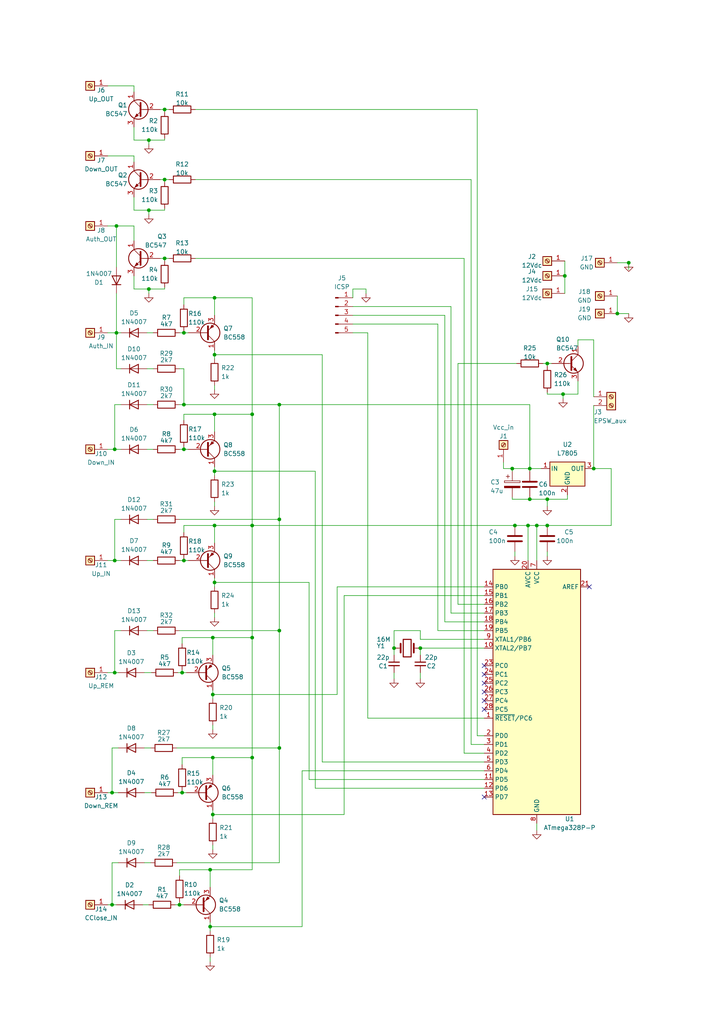
<source format=kicad_sch>
(kicad_sch (version 20211123) (generator eeschema)
  (paper "A4" portrait)
  (lib_symbols
    (symbol "Connector:Conn_01x05_Male" (pin_names (offset 1.016) hide)
      (property "Reference" "J" (at 0 7.62 0))
      (property "Value" "Conn_01x05_Male" (at 0 -7.62 0))
      (symbol "Conn_01x05_Male_1_1"
        (pin passive line (at 5.08 5.08 180) (length 3.81) (name "Pin_1") (number "1"))
        (pin passive line (at 5.08 2.54 180) (length 3.81) (name "Pin_2") (number "2"))
        (pin passive line (at 5.08 0 180) (length 3.81) (name "Pin_3") (number "3"))
        (pin passive line (at 5.08 -2.54 180) (length 3.81) (name "Pin_4") (number "4"))
        (pin passive line (at 5.08 -5.08 180) (length 3.81) (name "Pin_5") (number "5"))
      )
    )
    (symbol "Connector:Screw_Terminal_01x01" (pin_names (offset 1.016) hide)
      (property "Reference" "J" (at 0 2.54 0))
      (property "Value" "Screw_Terminal_01x01" (at 0 -2.54 0))
      (symbol "Screw_Terminal_01x01_1_1"
        (pin passive line (at -5.08 0 0) (length 3.81) (name "Pin_1") (number "1"))
      )
    )
    (symbol "Connector:Screw_Terminal_01x02" (pin_names (offset 1.016) hide)
      (property "Reference" "J" (at 0 2.54 0))
      (property "Value" "Screw_Terminal_01x02" (at 0 -5.08 0))
      (symbol "Screw_Terminal_01x02_1_1"
        (pin passive line (at -5.08 0 0) (length 3.81) (name "Pin_1") (number "1"))
        (pin passive line (at -5.08 -2.54 0) (length 3.81) (name "Pin_2") (number "2"))
      )
    )
    (symbol "Device:C" (pin_numbers hide) (pin_names (offset 0.254))
      (property "Reference" "C" (at 0.635 2.54 0))
      (property "Value" "C" (at 0.635 -2.54 0))
      (symbol "C_1_1"
        (pin passive line (at 0 3.81 270) (length 2.794) (name "~") (number "1"))
        (pin passive line (at 0 -3.81 90) (length 2.794) (name "~") (number "2"))
      )
    )
    (symbol "Device:C_Polarized" (pin_numbers hide) (pin_names (offset 0.254))
      (property "Reference" "C" (at 0.635 2.54 0))
      (property "Value" "C_Polarized" (at 0.635 -2.54 0))
      (symbol "C_Polarized_1_1"
        (pin passive line (at 0 3.81 270) (length 2.794) (name "~") (number "1"))
        (pin passive line (at 0 -3.81 90) (length 2.794) (name "~") (number "2"))
      )
    )
    (symbol "Device:C_Small" (pin_numbers hide) (pin_names (offset 0.254) hide)
      (property "Reference" "C" (at 0.254 1.778 0))
      (property "Value" "C_Small" (at 0.254 -2.032 0))
      (symbol "C_Small_1_1"
        (pin passive line (at 0 2.54 270) (length 2.032) (name "~") (number "1"))
        (pin passive line (at 0 -2.54 90) (length 2.032) (name "~") (number "2"))
      )
    )
    (symbol "Device:Crystal" (pin_numbers hide) (pin_names (offset 1.016) hide)
      (property "Reference" "Y" (at 0 3.81 0))
      (property "Value" "Crystal" (at 0 -3.81 0))
      (symbol "Crystal_1_1"
        (pin passive line (at -3.81 0 0) (length 1.27) (name "1") (number "1"))
        (pin passive line (at 3.81 0 180) (length 1.27) (name "2") (number "2"))
      )
    )
    (symbol "Device:R" (pin_numbers hide) (pin_names (offset 0))
      (property "Reference" "R" (at 2.032 0 90))
      (property "Value" "R" (at 0 0 90))
      (symbol "R_1_1"
        (pin passive line (at 0 3.81 270) (length 1.27) (name "~") (number "1"))
        (pin passive line (at 0 -3.81 90) (length 1.27) (name "~") (number "2"))
      )
    )
    (symbol "Diode:1N4007" (pin_numbers hide) (pin_names (offset 1.016) hide)
      (property "Reference" "D" (at 0 2.54 0))
      (property "Value" "1N4007" (at 0 -2.54 0))
      (symbol "1N4007_1_1"
        (pin passive line (at -3.81 0 0) (length 2.54) (name "K") (number "1"))
        (pin passive line (at 3.81 0 180) (length 2.54) (name "A") (number "2"))
      )
    )
    (symbol "MCU_Microchip_ATmega:ATmega328P-P"
      (property "Reference" "U" (at -12.7 36.83 0))
      (property "Value" "ATmega328P-P" (at 2.54 -36.83 0))
      (symbol "ATmega328P-P_1_1"
        (pin bidirectional line (at 15.24 -7.62 180) (length 2.54) (name "~{RESET}/PC6") (number "1"))
        (pin bidirectional line (at 15.24 12.7 180) (length 2.54) (name "XTAL2/PB7") (number "10"))
        (pin bidirectional line (at 15.24 -25.4 180) (length 2.54) (name "PD5") (number "11"))
        (pin bidirectional line (at 15.24 -27.94 180) (length 2.54) (name "PD6") (number "12"))
        (pin bidirectional line (at 15.24 -30.48 180) (length 2.54) (name "PD7") (number "13"))
        (pin bidirectional line (at 15.24 30.48 180) (length 2.54) (name "PB0") (number "14"))
        (pin bidirectional line (at 15.24 27.94 180) (length 2.54) (name "PB1") (number "15"))
        (pin bidirectional line (at 15.24 25.4 180) (length 2.54) (name "PB2") (number "16"))
        (pin bidirectional line (at 15.24 22.86 180) (length 2.54) (name "PB3") (number "17"))
        (pin bidirectional line (at 15.24 20.32 180) (length 2.54) (name "PB4") (number "18"))
        (pin bidirectional line (at 15.24 17.78 180) (length 2.54) (name "PB5") (number "19"))
        (pin bidirectional line (at 15.24 -12.7 180) (length 2.54) (name "PD0") (number "2"))
        (pin power_in line (at 2.54 38.1 270) (length 2.54) (name "AVCC") (number "20"))
        (pin passive line (at -15.24 30.48 0) (length 2.54) (name "AREF") (number "21"))
        (pin passive line (at 0 -38.1 90) (length 2.54) hide (name "GND") (number "22"))
        (pin bidirectional line (at 15.24 7.62 180) (length 2.54) (name "PC0") (number "23"))
        (pin bidirectional line (at 15.24 5.08 180) (length 2.54) (name "PC1") (number "24"))
        (pin bidirectional line (at 15.24 2.54 180) (length 2.54) (name "PC2") (number "25"))
        (pin bidirectional line (at 15.24 0 180) (length 2.54) (name "PC3") (number "26"))
        (pin bidirectional line (at 15.24 -2.54 180) (length 2.54) (name "PC4") (number "27"))
        (pin bidirectional line (at 15.24 -5.08 180) (length 2.54) (name "PC5") (number "28"))
        (pin bidirectional line (at 15.24 -15.24 180) (length 2.54) (name "PD1") (number "3"))
        (pin bidirectional line (at 15.24 -17.78 180) (length 2.54) (name "PD2") (number "4"))
        (pin bidirectional line (at 15.24 -20.32 180) (length 2.54) (name "PD3") (number "5"))
        (pin bidirectional line (at 15.24 -22.86 180) (length 2.54) (name "PD4") (number "6"))
        (pin power_in line (at 0 38.1 270) (length 2.54) (name "VCC") (number "7"))
        (pin power_in line (at 0 -38.1 90) (length 2.54) (name "GND") (number "8"))
        (pin bidirectional line (at 15.24 15.24 180) (length 2.54) (name "XTAL1/PB6") (number "9"))
      )
    )
    (symbol "Regulator_Linear:L7805" (pin_names (offset 0.254))
      (property "Reference" "U" (at -3.81 3.175 0))
      (property "Value" "L7805" (at 0 3.175 0))
      (symbol "L7805_1_1"
        (pin power_in line (at -7.62 0 0) (length 2.54) (name "IN") (number "1"))
        (pin power_in line (at 0 -7.62 90) (length 2.54) (name "GND") (number "2"))
        (pin power_out line (at 7.62 0 180) (length 2.54) (name "OUT") (number "3"))
      )
    )
    (symbol "Transistor_BJT:BC547" (pin_names (offset 0) hide)
      (property "Reference" "Q" (at 5.08 1.905 0))
      (property "Value" "BC547" (at 5.08 0 0))
      (symbol "BC547_1_1"
        (pin passive line (at 2.54 5.08 270) (length 2.54) (name "C") (number "1"))
        (pin input line (at -5.08 0 0) (length 5.08) (name "B") (number "2"))
        (pin passive line (at 2.54 -5.08 90) (length 2.54) (name "E") (number "3"))
      )
    )
    (symbol "Transistor_BJT:BC558" (pin_names (offset 0) hide)
      (property "Reference" "Q" (at 5.08 1.905 0))
      (property "Value" "BC558" (at 5.08 0 0))
      (symbol "BC558_1_1"
        (pin passive line (at 2.54 5.08 270) (length 2.54) (name "C") (number "1"))
        (pin input line (at -5.08 0 0) (length 5.715) (name "B") (number "2"))
        (pin passive line (at 2.54 -5.08 90) (length 2.54) (name "E") (number "3"))
      )
    )
    (symbol "power:GND" (power) (pin_names (offset 0))
      (property "Value" "GND" (at 0 -3.81 0))
      (symbol "GND_1_1"
        (pin power_in line (at 0 0 270) (length 0) hide (name "GND") (number "1"))
      )
    )
  )
  (junction (at 81.026 150.622))
  (junction (at 47.752 52.07))
  (junction (at 62.23 152.4))
  (junction (at 81.026 117.348))
  (junction (at 62.23 102.87))
  (junction (at 62.23 168.91))
  (junction (at 153.162 152.4))
  (junction (at 81.026 182.88))
  (junction (at 47.752 31.75))
  (junction (at 60.96 268.732))
  (junction (at 60.96 252.222))
  (junction (at 172.212 135.89))
  (junction (at 61.722 219.71))
  (junction (at 33.274 130.302))
  (junction (at 43.18 83.82))
  (junction (at 73.152 120.142))
  (junction (at 158.75 152.4))
  (junction (at 33.274 195.072))
  (junction (at 73.152 219.71))
  (junction (at 61.722 184.912))
  (junction (at 148.59 135.89))
  (junction (at 163.322 114.3))
  (junction (at 73.152 152.4))
  (junction (at 61.722 201.422))
  (junction (at 53.34 130.302))
  (junction (at 33.782 96.52))
  (junction (at 179.07 90.932))
  (junction (at 73.152 184.912))
  (junction (at 62.23 136.652))
  (junction (at 43.18 60.96))
  (junction (at 32.512 262.382))
  (junction (at 121.92 187.96))
  (junction (at 33.274 162.56))
  (junction (at 163.83 80.01))
  (junction (at 33.782 65.532))
  (junction (at 182.372 76.2))
  (junction (at 158.75 105.41))
  (junction (at 43.18 40.64))
  (junction (at 32.512 229.87))
  (junction (at 153.67 135.89))
  (junction (at 155.702 152.4))
  (junction (at 149.352 152.4))
  (junction (at 61.722 236.22))
  (junction (at 62.23 120.142))
  (junction (at 81.026 216.916))
  (junction (at 47.752 74.93))
  (junction (at 52.832 195.072))
  (junction (at 53.34 96.52))
  (junction (at 62.23 86.36))
  (junction (at 153.67 144.78))
  (junction (at 52.832 229.87))
  (junction (at 53.34 162.56))
  (junction (at 52.07 262.382))
  (junction (at 114.3 187.96))
  (junction (at 158.75 144.78))
  (junction (at 53.34 117.348))
  (no_connect (at 170.942 170.18))
  (no_connect (at 140.462 195.58))
  (no_connect (at 140.462 193.04))
  (no_connect (at 140.462 203.2))
  (no_connect (at 140.462 200.66))
  (no_connect (at 140.462 205.74))
  (no_connect (at 140.462 231.14))
  (no_connect (at 140.462 198.12))
  (wire (pts (xy 43.18 40.64) (xy 47.752 40.64)))
  (wire (pts (xy 47.752 52.07) (xy 47.752 52.832)))
  (wire (pts (xy 62.23 145.542) (xy 62.23 146.812)))
  (wire (pts (xy 62.23 135.382) (xy 62.23 136.652)))
  (wire (pts (xy 53.34 152.4) (xy 62.23 152.4)))
  (wire (pts (xy 50.8 262.382) (xy 52.07 262.382)))
  (wire (pts (xy 32.512 216.916) (xy 32.512 229.87)))
  (wire (pts (xy 73.152 86.36) (xy 73.152 120.142)))
  (wire (pts (xy 52.07 254) (xy 52.07 252.222)))
  (wire (pts (xy 47.752 31.75) (xy 47.752 32.512)))
  (wire (pts (xy 38.862 46.99) (xy 38.862 45.212)))
  (wire (pts (xy 62.23 136.652) (xy 91.44 136.652)))
  (wire (pts (xy 132.842 175.26) (xy 132.842 105.41)))
  (wire (pts (xy 53.34 117.348) (xy 81.026 117.348)))
  (wire (pts (xy 158.75 105.41) (xy 158.75 106.172)))
  (wire (pts (xy 52.07 117.348) (xy 53.34 117.348)))
  (wire (pts (xy 31.242 130.302) (xy 33.274 130.302)))
  (wire (pts (xy 52.07 261.62) (xy 52.07 262.382)))
  (wire (pts (xy 53.34 162.052) (xy 53.34 162.56)))
  (wire (pts (xy 121.92 187.96) (xy 121.92 189.992)))
  (wire (pts (xy 163.83 75.692) (xy 163.83 80.01)))
  (wire (pts (xy 60.96 268.732) (xy 60.96 270.002)))
  (wire (pts (xy 157.48 105.41) (xy 158.75 105.41)))
  (wire (pts (xy 35.052 182.88) (xy 33.274 182.88)))
  (wire (pts (xy 158.75 160.02) (xy 158.75 161.29)))
  (wire (pts (xy 53.34 88.392) (xy 53.34 86.36)))
  (wire (pts (xy 121.92 182.88) (xy 121.92 185.42)))
  (wire (pts (xy 49.022 31.75) (xy 47.752 31.75)))
  (wire (pts (xy 42.672 117.348) (xy 44.45 117.348)))
  (wire (pts (xy 60.96 252.222) (xy 60.96 257.302)))
  (wire (pts (xy 163.83 80.01) (xy 163.83 85.09)))
  (wire (pts (xy 53.34 121.92) (xy 53.34 120.142)))
  (wire (pts (xy 87.63 223.52) (xy 140.462 223.52)))
  (wire (pts (xy 42.672 106.934) (xy 44.45 106.934)))
  (wire (pts (xy 73.152 152.4) (xy 149.352 152.4)))
  (wire (pts (xy 129.032 180.34) (xy 140.462 180.34)))
  (wire (pts (xy 53.34 162.56) (xy 54.61 162.56)))
  (wire (pts (xy 53.34 129.54) (xy 53.34 130.302)))
  (wire (pts (xy 41.91 216.916) (xy 43.688 216.916)))
  (wire (pts (xy 61.722 201.422) (xy 97.79 201.422)))
  (wire (pts (xy 87.63 223.52) (xy 87.63 268.732)))
  (wire (pts (xy 102.362 96.52) (xy 106.68 96.52)))
  (wire (pts (xy 62.23 101.6) (xy 62.23 102.87)))
  (wire (pts (xy 47.752 52.07) (xy 46.482 52.07)))
  (wire (pts (xy 81.026 117.348) (xy 81.026 150.622)))
  (wire (pts (xy 91.44 228.6) (xy 91.44 136.652)))
  (wire (pts (xy 52.832 229.362) (xy 52.832 229.87)))
  (wire (pts (xy 140.462 213.36) (xy 138.43 213.36)))
  (wire (pts (xy 129.032 91.44) (xy 129.032 180.34)))
  (wire (pts (xy 99.822 172.72) (xy 140.462 172.72)))
  (wire (pts (xy 136.652 52.07) (xy 56.642 52.07)))
  (wire (pts (xy 53.34 106.934) (xy 53.34 117.348)))
  (wire (pts (xy 127 93.98) (xy 127 182.88)))
  (wire (pts (xy 73.152 219.71) (xy 73.152 252.222)))
  (wire (pts (xy 51.562 195.072) (xy 52.832 195.072)))
  (wire (pts (xy 158.75 105.41) (xy 160.02 105.41)))
  (wire (pts (xy 31.242 162.56) (xy 33.274 162.56)))
  (wire (pts (xy 61.722 200.152) (xy 61.722 201.422)))
  (wire (pts (xy 33.782 96.52) (xy 33.782 106.934)))
  (wire (pts (xy 61.722 245.11) (xy 61.722 246.38)))
  (wire (pts (xy 114.3 195.072) (xy 114.3 196.85)))
  (wire (pts (xy 41.402 262.382) (xy 43.18 262.382)))
  (wire (pts (xy 73.152 152.4) (xy 62.23 152.4)))
  (wire (pts (xy 167.64 114.3) (xy 163.322 114.3)))
  (wire (pts (xy 56.642 31.75) (xy 138.43 31.75)))
  (wire (pts (xy 32.512 229.87) (xy 34.29 229.87)))
  (wire (pts (xy 61.722 234.95) (xy 61.722 236.22)))
  (wire (pts (xy 102.362 91.44) (xy 129.032 91.44)))
  (wire (pts (xy 32.512 250.19) (xy 32.512 262.382)))
  (wire (pts (xy 81.026 182.88) (xy 81.026 150.622)))
  (wire (pts (xy 52.07 130.302) (xy 53.34 130.302)))
  (wire (pts (xy 99.822 236.22) (xy 99.822 172.72)))
  (wire (pts (xy 61.722 236.22) (xy 61.722 237.49)))
  (wire (pts (xy 130.81 88.9) (xy 130.81 177.8)))
  (wire (pts (xy 43.18 40.64) (xy 43.18 41.91)))
  (wire (pts (xy 33.782 106.934) (xy 35.052 106.934)))
  (wire (pts (xy 47.752 74.93) (xy 46.482 74.93)))
  (wire (pts (xy 73.152 252.222) (xy 60.96 252.222)))
  (wire (pts (xy 42.672 130.302) (xy 44.45 130.302)))
  (wire (pts (xy 163.322 114.3) (xy 163.322 115.57)))
  (wire (pts (xy 60.96 268.732) (xy 87.63 268.732)))
  (wire (pts (xy 35.052 117.348) (xy 33.274 117.348)))
  (wire (pts (xy 106.68 208.28) (xy 140.462 208.28)))
  (wire (pts (xy 31.242 229.87) (xy 32.512 229.87)))
  (wire (pts (xy 136.652 52.07) (xy 136.652 215.9)))
  (wire (pts (xy 130.81 177.8) (xy 140.462 177.8)))
  (wire (pts (xy 53.34 130.302) (xy 54.61 130.302)))
  (wire (pts (xy 106.172 83.82) (xy 106.172 85.09)))
  (wire (pts (xy 52.07 262.382) (xy 53.34 262.382)))
  (wire (pts (xy 153.67 135.89) (xy 156.972 135.89)))
  (wire (pts (xy 121.92 185.42) (xy 140.462 185.42)))
  (wire (pts (xy 148.59 135.89) (xy 153.67 135.89)))
  (wire (pts (xy 60.96 277.622) (xy 60.96 278.892)))
  (wire (pts (xy 53.34 96.012) (xy 53.34 96.52)))
  (wire (pts (xy 179.07 85.852) (xy 179.07 90.932)))
  (wire (pts (xy 52.832 229.87) (xy 54.102 229.87)))
  (wire (pts (xy 102.362 88.9) (xy 130.81 88.9)))
  (wire (pts (xy 31.242 96.52) (xy 33.782 96.52)))
  (wire (pts (xy 52.832 194.31) (xy 52.832 195.072)))
  (wire (pts (xy 38.862 36.83) (xy 38.862 40.64)))
  (wire (pts (xy 182.372 76.2) (xy 182.372 78.232)))
  (wire (pts (xy 41.91 250.19) (xy 43.688 250.19)))
  (wire (pts (xy 43.18 60.96) (xy 43.18 62.23)))
  (wire (pts (xy 167.64 100.33) (xy 167.64 98.552)))
  (wire (pts (xy 73.152 152.4) (xy 73.152 184.912)))
  (wire (pts (xy 33.274 182.88) (xy 33.274 195.072)))
  (wire (pts (xy 49.022 52.07) (xy 47.752 52.07)))
  (wire (pts (xy 97.79 170.18) (xy 97.79 201.422)))
  (wire (pts (xy 102.362 86.36) (xy 102.362 83.82)))
  (wire (pts (xy 33.274 130.302) (xy 35.052 130.302)))
  (wire (pts (xy 49.022 74.93) (xy 47.752 74.93)))
  (wire (pts (xy 33.274 162.56) (xy 35.052 162.56)))
  (wire (pts (xy 140.462 215.9) (xy 136.652 215.9)))
  (wire (pts (xy 149.352 160.02) (xy 149.352 161.29)))
  (wire (pts (xy 38.862 40.64) (xy 43.18 40.64)))
  (wire (pts (xy 114.3 182.88) (xy 121.92 182.88)))
  (wire (pts (xy 31.242 45.212) (xy 38.862 45.212)))
  (wire (pts (xy 172.212 98.552) (xy 172.212 115.062)))
  (wire (pts (xy 153.67 144.272) (xy 153.67 144.78)))
  (wire (pts (xy 158.75 144.78) (xy 158.75 146.812)))
  (wire (pts (xy 61.722 219.71) (xy 61.722 224.79)))
  (wire (pts (xy 35.052 150.622) (xy 33.274 150.622)))
  (wire (pts (xy 62.23 120.142) (xy 62.23 125.222)))
  (wire (pts (xy 47.752 40.64) (xy 47.752 40.132)))
  (wire (pts (xy 53.34 154.432) (xy 53.34 152.4)))
  (wire (pts (xy 93.472 102.87) (xy 93.472 220.98)))
  (wire (pts (xy 155.702 152.4) (xy 155.702 162.56)))
  (wire (pts (xy 179.07 90.932) (xy 182.372 90.932)))
  (wire (pts (xy 62.23 167.64) (xy 62.23 168.91)))
  (wire (pts (xy 62.23 168.91) (xy 62.23 170.18)))
  (wire (pts (xy 114.3 187.96) (xy 114.3 189.992)))
  (wire (pts (xy 153.162 152.4) (xy 149.352 152.4)))
  (wire (pts (xy 153.67 117.348) (xy 153.67 135.89)))
  (wire (pts (xy 31.242 262.382) (xy 32.512 262.382)))
  (wire (pts (xy 32.512 262.382) (xy 33.782 262.382)))
  (wire (pts (xy 158.75 152.4) (xy 177.292 152.4)))
  (wire (pts (xy 51.562 229.87) (xy 52.832 229.87)))
  (wire (pts (xy 148.59 144.272) (xy 148.59 144.78)))
  (wire (pts (xy 134.62 74.93) (xy 56.642 74.93)))
  (wire (pts (xy 62.23 136.652) (xy 62.23 137.922)))
  (wire (pts (xy 52.832 219.71) (xy 61.722 219.71)))
  (wire (pts (xy 155.702 152.4) (xy 153.162 152.4)))
  (wire (pts (xy 73.152 184.912) (xy 61.722 184.912)))
  (wire (pts (xy 53.34 96.52) (xy 54.61 96.52)))
  (wire (pts (xy 177.292 135.89) (xy 177.292 152.4)))
  (wire (pts (xy 47.752 60.96) (xy 47.752 60.452)))
  (wire (pts (xy 52.07 150.622) (xy 81.026 150.622)))
  (wire (pts (xy 89.662 168.91) (xy 89.662 226.06)))
  (wire (pts (xy 121.92 187.96) (xy 140.462 187.96)))
  (wire (pts (xy 127 182.88) (xy 140.462 182.88)))
  (wire (pts (xy 43.18 83.82) (xy 47.752 83.82)))
  (wire (pts (xy 140.462 170.18) (xy 97.79 170.18)))
  (wire (pts (xy 33.274 117.348) (xy 33.274 130.302)))
  (wire (pts (xy 33.782 65.532) (xy 33.782 77.47)))
  (wire (pts (xy 132.842 105.41) (xy 149.86 105.41)))
  (wire (pts (xy 62.23 102.87) (xy 93.472 102.87)))
  (wire (pts (xy 167.64 110.49) (xy 167.64 114.3)))
  (wire (pts (xy 62.23 86.36) (xy 73.152 86.36)))
  (wire (pts (xy 47.752 31.75) (xy 46.482 31.75)))
  (wire (pts (xy 51.308 216.916) (xy 81.026 216.916)))
  (wire (pts (xy 134.62 218.44) (xy 140.462 218.44)))
  (wire (pts (xy 121.92 195.072) (xy 121.92 196.85)))
  (wire (pts (xy 31.242 24.892) (xy 38.862 24.892)))
  (wire (pts (xy 38.862 26.67) (xy 38.862 24.892)))
  (wire (pts (xy 33.782 85.09) (xy 33.782 96.52)))
  (wire (pts (xy 34.29 250.19) (xy 32.512 250.19)))
  (wire (pts (xy 60.96 267.462) (xy 60.96 268.732)))
  (wire (pts (xy 102.362 93.98) (xy 127 93.98)))
  (wire (pts (xy 51.308 250.19) (xy 81.026 250.19)))
  (wire (pts (xy 38.862 60.96) (xy 43.18 60.96)))
  (wire (pts (xy 73.152 219.71) (xy 61.722 219.71)))
  (wire (pts (xy 148.59 144.78) (xy 153.67 144.78)))
  (wire (pts (xy 167.64 98.552) (xy 172.212 98.552)))
  (wire (pts (xy 47.752 83.82) (xy 47.752 83.312)))
  (wire (pts (xy 47.752 74.93) (xy 47.752 75.692)))
  (wire (pts (xy 73.152 120.142) (xy 62.23 120.142)))
  (wire (pts (xy 61.722 210.312) (xy 61.722 211.582)))
  (wire (pts (xy 42.672 182.88) (xy 44.45 182.88)))
  (wire (pts (xy 31.242 65.532) (xy 33.782 65.532)))
  (wire (pts (xy 81.026 216.916) (xy 81.026 182.88)))
  (wire (pts (xy 146.05 134.112) (xy 146.05 135.89)))
  (wire (pts (xy 138.43 31.75) (xy 138.43 213.36)))
  (wire (pts (xy 106.68 96.52) (xy 106.68 208.28)))
  (wire (pts (xy 61.722 184.912) (xy 61.722 189.992)))
  (wire (pts (xy 38.862 57.15) (xy 38.862 60.96)))
  (wire (pts (xy 53.34 86.36) (xy 62.23 86.36)))
  (wire (pts (xy 62.23 111.76) (xy 62.23 113.03)))
  (wire (pts (xy 52.07 182.88) (xy 81.026 182.88)))
  (wire (pts (xy 52.832 186.69) (xy 52.832 184.912)))
  (wire (pts (xy 89.662 226.06) (xy 140.462 226.06)))
  (wire (pts (xy 52.832 184.912) (xy 61.722 184.912)))
  (wire (pts (xy 52.07 106.934) (xy 53.34 106.934)))
  (wire (pts (xy 114.3 187.96) (xy 114.3 182.88)))
  (wire (pts (xy 34.29 216.916) (xy 32.512 216.916)))
  (wire (pts (xy 31.242 195.072) (xy 33.274 195.072)))
  (wire (pts (xy 155.702 152.4) (xy 158.75 152.4)))
  (wire (pts (xy 62.23 86.36) (xy 62.23 91.44)))
  (wire (pts (xy 153.162 152.4) (xy 153.162 162.56)))
  (wire (pts (xy 62.23 102.87) (xy 62.23 104.14)))
  (wire (pts (xy 43.18 83.82) (xy 43.18 85.09)))
  (wire (pts (xy 158.75 144.78) (xy 164.592 144.78)))
  (wire (pts (xy 52.07 162.56) (xy 53.34 162.56)))
  (wire (pts (xy 81.026 117.348) (xy 153.67 117.348)))
  (wire (pts (xy 155.702 238.76) (xy 155.702 240.792)))
  (wire (pts (xy 81.026 250.19) (xy 81.026 216.916)))
  (wire (pts (xy 153.67 135.89) (xy 153.67 136.652)))
  (wire (pts (xy 38.862 65.532) (xy 38.862 69.85)))
  (wire (pts (xy 179.07 76.2) (xy 182.372 76.2)))
  (wire (pts (xy 42.672 162.56) (xy 44.45 162.56)))
  (wire (pts (xy 140.462 228.6) (xy 91.44 228.6)))
  (wire (pts (xy 62.23 177.8) (xy 62.23 179.07)))
  (wire (pts (xy 73.152 184.912) (xy 73.152 219.71)))
  (wire (pts (xy 38.862 83.82) (xy 43.18 83.82)))
  (wire (pts (xy 153.67 144.78) (xy 158.75 144.78)))
  (wire (pts (xy 38.862 80.01) (xy 38.862 83.82)))
  (wire (pts (xy 164.592 144.78) (xy 164.592 143.51)))
  (wire (pts (xy 61.722 236.22) (xy 99.822 236.22)))
  (wire (pts (xy 53.34 120.142) (xy 62.23 120.142)))
  (wire (pts (xy 41.91 229.87) (xy 43.942 229.87)))
  (wire (pts (xy 148.59 136.652) (xy 148.59 135.89)))
  (wire (pts (xy 52.07 252.222) (xy 60.96 252.222)))
  (wire (pts (xy 61.722 201.422) (xy 61.722 202.692)))
  (wire (pts (xy 33.274 150.622) (xy 33.274 162.56)))
  (wire (pts (xy 158.75 114.3) (xy 158.75 113.792)))
  (wire (pts (xy 172.212 117.602) (xy 172.212 135.89)))
  (wire (pts (xy 33.274 195.072) (xy 34.29 195.072)))
  (wire (pts (xy 42.672 150.622) (xy 44.45 150.622)))
  (wire (pts (xy 102.362 83.82) (xy 106.172 83.82)))
  (wire (pts (xy 134.62 74.93) (xy 134.62 218.44)))
  (wire (pts (xy 42.672 96.52) (xy 44.45 96.52)))
  (wire (pts (xy 93.472 220.98) (xy 140.462 220.98)))
  (wire (pts (xy 146.05 135.89) (xy 148.59 135.89)))
  (wire (pts (xy 73.152 120.142) (xy 73.152 152.4)))
  (wire (pts (xy 41.91 195.072) (xy 43.942 195.072)))
  (wire (pts (xy 52.832 221.742) (xy 52.832 219.71)))
  (wire (pts (xy 62.23 152.4) (xy 62.23 157.48)))
  (wire (pts (xy 140.462 175.26) (xy 132.842 175.26)))
  (wire (pts (xy 52.07 96.52) (xy 53.34 96.52)))
  (wire (pts (xy 172.212 135.89) (xy 177.292 135.89)))
  (wire (pts (xy 33.782 96.52) (xy 35.052 96.52)))
  (wire (pts (xy 43.18 60.96) (xy 47.752 60.96)))
  (wire (pts (xy 163.322 114.3) (xy 158.75 114.3)))
  (wire (pts (xy 33.782 65.532) (xy 38.862 65.532)))
  (wire (pts (xy 52.832 195.072) (xy 54.102 195.072)))
  (wire (pts (xy 62.23 168.91) (xy 89.662 168.91)))
  (symbol (lib_id "Connector:Screw_Terminal_01x01") (at 26.162 24.892 180) (unit 1)
    (property "Reference" "J6" (at 29.337 26.162 0))
    (property "Value" "Up_OUT" (at 29.337 28.702 0))
    (property "Footprint" "Connector_Wire:SolderWire-0.75sqmm_1x01_D1.25mm_OD2.3mm" (effects hide))
  )
  (symbol (lib_id "power:GND") (at 61.722 211.582 0) (unit 1)
    (property "Reference" "#PWR08" (effects hide))
    (property "Value" "GND" (effects hide))
  )
  (symbol (lib_id "power:GND") (at 106.172 85.09 0) (mirror y) (unit 1)
    (property "Reference" "#PWR013" (effects hide))
    (property "Value" "GND" (effects hide))
  )
  (symbol (lib_id "Transistor_BJT:BC547") (at 165.1 105.41 0) (unit 1)
    (property "Reference" "Q10" (at 161.29 98.425 0) (effects (justify left)))
    (property "Value" "BC547" (at 161.29 100.965 0) (effects (justify left)))
    (property "Footprint" "Package_TO_SOT_THT:TO-92_HandSolder" (effects hide))
    (property "Datasheet" "https://www.onsemi.com/pub/Collateral/BC550-D.pdf" (effects hide))
  )
  (symbol (lib_id "Device:R") (at 47.752 195.072 90) (unit 1)
    (property "Reference" "R5" (at 47.752 190.627 90))
    (property "Value" "4k7" (at 47.752 192.532 90))
    (property "Footprint" "Resistor_THT:R_Axial_DIN0207_L6.3mm_D2.5mm_P2.54mm_Vertical" (effects hide))
  )
  (symbol (lib_id "Connector:Screw_Terminal_01x02") (at 177.292 115.062 0) (unit 1)
    (property "Reference" "J3" (at 172.212 119.507 0) (effects (justify left)))
    (property "Value" "EPSW_aux" (at 172.212 122.047 0) (effects (justify left)))
    (property "Footprint" "Connector_Wire:SolderWire-0.75sqmm_1x02_P4.8mm_D1.25mm_OD2.3mm" (effects hide))
  )
  (symbol (lib_id "Transistor_BJT:BC558") (at 59.69 96.52 0) (mirror x) (unit 1)
    (property "Reference" "Q7" (at 64.77 95.2499 0) (effects (justify left)))
    (property "Value" "BC558" (at 64.77 97.7899 0) (effects (justify left)))
    (property "Footprint" "Package_TO_SOT_THT:TO-92_HandSolder" (effects hide))
    (property "Datasheet" "https://www.onsemi.com/pub/Collateral/BC556BTA-D.pdf" (effects hide))
  )
  (symbol (lib_id "Device:R") (at 61.722 206.502 0) (unit 1)
    (property "Reference" "R20" (at 63.627 205.232 0) (effects (justify left)))
    (property "Value" "1k" (at 63.627 207.772 0) (effects (justify left)))
    (property "Footprint" "Resistor_THT:R_Axial_DIN0207_L6.3mm_D2.5mm_P2.54mm_Vertical" (effects hide))
  )
  (symbol (lib_id "Diode:1N4007") (at 33.782 81.28 90) (unit 1)
    (property "Reference" "D1" (at 28.702 81.915 90))
    (property "Value" "1N4007" (at 28.702 79.375 90))
    (property "Footprint" "Diode_THT:D_DO-41_SOD81_P2.54mm_Vertical_KathodeUp" (effects hide))
    (property "Datasheet" "http://www.vishay.com/docs/88503/1n4001.pdf" (effects hide))
  )
  (symbol (lib_id "Diode:1N4007") (at 38.1 195.072 0) (unit 1)
    (property "Reference" "D3" (at 38.1 189.357 0))
    (property "Value" "1N4007" (at 38.1 191.897 0))
    (property "Footprint" "Diode_THT:D_DO-41_SOD81_P2.54mm_Vertical_KathodeUp" (effects hide))
    (property "Datasheet" "http://www.vishay.com/docs/88503/1n4001.pdf" (effects hide))
  )
  (symbol (lib_id "Device:R") (at 48.26 130.302 90) (unit 1)
    (property "Reference" "R8" (at 48.26 125.857 90))
    (property "Value" "4k7" (at 48.26 127.762 90))
    (property "Footprint" "Resistor_THT:R_Axial_DIN0207_L6.3mm_D2.5mm_P2.54mm_Vertical" (effects hide))
  )
  (symbol (lib_id "Connector:Screw_Terminal_01x01") (at 26.162 65.532 180) (unit 1)
    (property "Reference" "J8" (at 29.337 66.802 0))
    (property "Value" "Auth_OUT" (at 29.337 69.342 0))
    (property "Footprint" "Connector_Wire:SolderWire-0.75sqmm_1x01_D1.25mm_OD2.3mm" (effects hide))
  )
  (symbol (lib_id "Device:R") (at 61.722 241.3 0) (unit 1)
    (property "Reference" "R21" (at 63.627 240.03 0) (effects (justify left)))
    (property "Value" "1k" (at 63.627 242.57 0) (effects (justify left)))
    (property "Footprint" "Resistor_THT:R_Axial_DIN0207_L6.3mm_D2.5mm_P2.54mm_Vertical" (effects hide))
  )
  (symbol (lib_id "Connector:Conn_01x05_Male") (at 97.282 91.44 0) (unit 1)
    (property "Reference" "J5" (at 99.187 80.645 0))
    (property "Value" "ICSP" (at 99.187 83.185 0))
    (property "Footprint" "Connector_PinHeader_2.54mm:PinHeader_1x05_P2.54mm_Vertical" (effects hide))
  )
  (symbol (lib_id "Diode:1N4007") (at 38.862 106.934 0) (unit 1)
    (property "Reference" "D10" (at 38.862 101.219 0))
    (property "Value" "1N4007" (at 38.862 103.759 0))
    (property "Footprint" "Diode_THT:D_DO-41_SOD81_P2.54mm_Vertical_KathodeUp" (effects hide))
    (property "Datasheet" "http://www.vishay.com/docs/88503/1n4001.pdf" (effects hide))
  )
  (symbol (lib_id "Device:R") (at 62.23 141.732 0) (unit 1)
    (property "Reference" "R23" (at 64.135 140.462 0) (effects (justify left)))
    (property "Value" "1k" (at 64.135 143.002 0) (effects (justify left)))
    (property "Footprint" "Resistor_THT:R_Axial_DIN0207_L6.3mm_D2.5mm_P2.54mm_Vertical" (effects hide))
  )
  (symbol (lib_id "Connector:Screw_Terminal_01x01") (at 173.99 90.932 180) (unit 1)
    (property "Reference" "J19" (at 169.545 89.662 0))
    (property "Value" "GND" (at 169.545 92.202 0))
    (property "Footprint" "Connector_Wire:SolderWire-2sqmm_1x01_D2mm_OD3.9mm" (effects hide))
  )
  (symbol (lib_id "Transistor_BJT:BC547") (at 41.402 74.93 0) (mirror y) (unit 1)
    (property "Reference" "Q3" (at 48.387 68.58 0) (effects (justify left)))
    (property "Value" "BC547" (at 48.387 71.12 0) (effects (justify left)))
    (property "Footprint" "Package_TO_SOT_THT:TO-92_HandSolder" (effects hide))
    (property "Datasheet" "https://www.onsemi.com/pub/Collateral/BC550-D.pdf" (effects hide))
  )
  (symbol (lib_id "Transistor_BJT:BC558") (at 59.182 195.072 0) (mirror x) (unit 1)
    (property "Reference" "Q5" (at 64.262 193.8019 0) (effects (justify left)))
    (property "Value" "BC558" (at 64.262 196.3419 0) (effects (justify left)))
    (property "Footprint" "Package_TO_SOT_THT:TO-92_HandSolder" (effects hide))
    (property "Datasheet" "https://www.onsemi.com/pub/Collateral/BC556BTA-D.pdf" (effects hide))
  )
  (symbol (lib_id "power:GND") (at 149.352 161.29 0) (mirror y) (unit 1)
    (property "Reference" "#PWR016" (effects hide))
    (property "Value" "GND" (effects hide))
  )
  (symbol (lib_id "power:GND") (at 155.702 240.792 0) (mirror y) (unit 1)
    (property "Reference" "#PWR017" (effects hide))
    (property "Value" "GND" (effects hide))
  )
  (symbol (lib_id "Device:C") (at 158.75 156.21 0) (mirror y) (unit 1)
    (property "Reference" "C5" (at 166.37 154.305 0) (effects (justify left)))
    (property "Value" "100n" (at 166.37 156.845 0) (effects (justify left)))
    (property "Footprint" "Capacitor_THT:C_Rect_L7.0mm_W2.5mm_P5.00mm" (effects hide))
  )
  (symbol (lib_id "Device:R") (at 52.832 190.5 0) (unit 1)
    (property "Reference" "R14" (at 54.102 189.23 0) (effects (justify left)))
    (property "Value" "110k" (at 54.102 191.77 0) (effects (justify left)))
    (property "Footprint" "Resistor_THT:R_Axial_DIN0207_L6.3mm_D2.5mm_P2.54mm_Vertical" (effects hide))
  )
  (symbol (lib_id "power:GND") (at 43.18 62.23 0) (mirror y) (unit 1)
    (property "Reference" "#PWR05" (effects hide))
    (property "Value" "GND" (effects hide))
  )
  (symbol (lib_id "Device:R") (at 53.34 125.73 0) (unit 1)
    (property "Reference" "R17" (at 54.61 124.46 0) (effects (justify left)))
    (property "Value" "110k" (at 54.61 127 0) (effects (justify left)))
    (property "Footprint" "Resistor_THT:R_Axial_DIN0207_L6.3mm_D2.5mm_P2.54mm_Vertical" (effects hide))
  )
  (symbol (lib_id "Transistor_BJT:BC558") (at 59.182 229.87 0) (mirror x) (unit 1)
    (property "Reference" "Q6" (at 64.262 228.5999 0) (effects (justify left)))
    (property "Value" "BC558" (at 64.262 231.1399 0) (effects (justify left)))
    (property "Footprint" "Package_TO_SOT_THT:TO-92_HandSolder" (effects hide))
    (property "Datasheet" "https://www.onsemi.com/pub/Collateral/BC556BTA-D.pdf" (effects hide))
  )
  (symbol (lib_id "power:GND") (at 43.18 41.91 0) (mirror y) (unit 1)
    (property "Reference" "#PWR04" (effects hide))
    (property "Value" "GND" (effects hide))
  )
  (symbol (lib_id "power:GND") (at 182.372 90.932 0) (mirror y) (unit 1)
    (property "Reference" "#PWR02" (effects hide))
    (property "Value" "GND" (effects hide))
  )
  (symbol (lib_id "Device:R") (at 47.498 250.19 90) (unit 1)
    (property "Reference" "R28" (at 47.498 245.745 90))
    (property "Value" "2k7" (at 47.498 247.65 90))
    (property "Footprint" "Resistor_THT:R_Axial_DIN0207_L6.3mm_D2.5mm_P2.54mm_Vertical" (effects hide))
  )
  (symbol (lib_id "Device:R") (at 48.26 150.622 90) (unit 1)
    (property "Reference" "R31" (at 48.26 146.177 90))
    (property "Value" "2k7" (at 48.26 148.082 90))
    (property "Footprint" "Resistor_THT:R_Axial_DIN0207_L6.3mm_D2.5mm_P2.54mm_Vertical" (effects hide))
  )
  (symbol (lib_id "Connector:Screw_Terminal_01x01") (at 26.162 96.52 180) (unit 1)
    (property "Reference" "J9" (at 29.337 97.79 0))
    (property "Value" "Auth_IN" (at 29.337 100.33 0))
    (property "Footprint" "Connector_Wire:SolderWire-0.75sqmm_1x01_D1.25mm_OD2.3mm" (effects hide))
  )
  (symbol (lib_id "Connector:Screw_Terminal_01x01") (at 173.99 76.2 180) (unit 1)
    (property "Reference" "J17" (at 170.18 74.93 0))
    (property "Value" "GND" (at 170.18 77.47 0))
    (property "Footprint" "Connector_Wire:SolderWire-0.75sqmm_1x01_D1.25mm_OD2.3mm" (effects hide))
  )
  (symbol (lib_id "MCU_Microchip_ATmega:ATmega328P-P") (at 155.702 200.66 0) (mirror y) (unit 1)
    (property "Reference" "U1" (at 165.227 237.49 0))
    (property "Value" "ATmega328P-P" (at 165.227 240.03 0))
    (property "Footprint" "Package_DIP:DIP-28_W7.62mm_Socket_LongPads" (effects hide))
    (property "Datasheet" "http://ww1.microchip.com/downloads/en/DeviceDoc/ATmega328_P%20AVR%20MCU%20with%20picoPower%20Technology%20Data%20Sheet%2040001984A.pdf" (effects hide))
  )
  (symbol (lib_id "power:GND") (at 62.23 146.812 0) (unit 1)
    (property "Reference" "#PWR011" (effects hide))
    (property "Value" "GND" (effects hide))
  )
  (symbol (lib_id "Device:R") (at 47.752 36.322 0) (mirror x) (unit 1)
    (property "Reference" "R2" (at 45.847 35.052 0) (effects (justify right)))
    (property "Value" "110k" (at 45.847 37.592 0) (effects (justify right)))
    (property "Footprint" "Resistor_THT:R_Axial_DIN0207_L6.3mm_D2.5mm_P2.54mm_Vertical" (effects hide))
  )
  (symbol (lib_id "Device:R") (at 62.23 173.99 0) (unit 1)
    (property "Reference" "R24" (at 64.135 172.72 0) (effects (justify left)))
    (property "Value" "1k" (at 64.135 175.26 0) (effects (justify left)))
    (property "Footprint" "Resistor_THT:R_Axial_DIN0207_L6.3mm_D2.5mm_P2.54mm_Vertical" (effects hide))
  )
  (symbol (lib_id "power:GND") (at 62.23 113.03 0) (unit 1)
    (property "Reference" "#PWR010" (effects hide))
    (property "Value" "GND" (effects hide))
  )
  (symbol (lib_id "Device:R") (at 60.96 273.812 0) (unit 1)
    (property "Reference" "R19" (at 62.865 272.542 0) (effects (justify left)))
    (property "Value" "1k" (at 62.865 275.082 0) (effects (justify left)))
    (property "Footprint" "Resistor_THT:R_Axial_DIN0207_L6.3mm_D2.5mm_P2.54mm_Vertical" (effects hide))
  )
  (symbol (lib_id "power:GND") (at 121.92 196.85 0) (mirror y) (unit 1)
    (property "Reference" "#PWR015" (effects hide))
    (property "Value" "GND" (effects hide))
  )
  (symbol (lib_id "power:GND") (at 163.322 115.57 0) (unit 1)
    (property "Reference" "#PWR021" (effects hide))
    (property "Value" "GND" (effects hide))
  )
  (symbol (lib_id "Transistor_BJT:BC547") (at 41.402 52.07 0) (mirror y) (unit 1)
    (property "Reference" "Q2" (at 36.957 50.8 0) (effects (justify left)))
    (property "Value" "BC547" (at 36.957 53.34 0) (effects (justify left)))
    (property "Footprint" "Package_TO_SOT_THT:TO-92_HandSolder" (effects hide))
    (property "Datasheet" "https://www.onsemi.com/pub/Collateral/BC550-D.pdf" (effects hide))
  )
  (symbol (lib_id "power:GND") (at 158.75 161.29 0) (mirror y) (unit 1)
    (property "Reference" "#PWR019" (effects hide))
    (property "Value" "GND" (effects hide))
  )
  (symbol (lib_id "Device:R") (at 52.07 257.81 0) (unit 1)
    (property "Reference" "R10" (at 53.34 256.54 0) (effects (justify left)))
    (property "Value" "110k" (at 53.34 259.08 0) (effects (justify left)))
    (property "Footprint" "Resistor_THT:R_Axial_DIN0207_L6.3mm_D2.5mm_P2.54mm_Vertical" (effects hide))
  )
  (symbol (lib_id "Device:C_Small") (at 121.92 192.532 0) (mirror y) (unit 1)
    (property "Reference" "C2" (at 125.095 193.167 0))
    (property "Value" "22p" (at 125.095 190.627 0))
    (property "Footprint" "Capacitor_THT:C_Disc_D3.0mm_W2.0mm_P2.50mm" (effects hide))
  )
  (symbol (lib_id "power:GND") (at 158.75 146.812 0) (mirror y) (unit 1)
    (property "Reference" "#PWR018" (effects hide))
    (property "Value" "GND" (effects hide))
  )
  (symbol (lib_id "Connector:Screw_Terminal_01x01") (at 26.162 45.212 180) (unit 1)
    (property "Reference" "J7" (at 29.337 46.482 0))
    (property "Value" "Down_OUT" (at 29.337 49.022 0))
    (property "Footprint" "Connector_Wire:SolderWire-0.75sqmm_1x01_D1.25mm_OD2.3mm" (effects hide))
  )
  (symbol (lib_id "Connector:Screw_Terminal_01x01") (at 26.162 262.382 180) (unit 1)
    (property "Reference" "J14" (at 29.337 263.652 0))
    (property "Value" "CClose_IN" (at 29.337 266.192 0))
    (property "Footprint" "Connector_Wire:SolderWire-0.75sqmm_1x01_D1.25mm_OD2.3mm" (effects hide))
  )
  (symbol (lib_id "power:GND") (at 62.23 179.07 0) (unit 1)
    (property "Reference" "#PWR012" (effects hide))
    (property "Value" "GND" (effects hide))
  )
  (symbol (lib_id "Diode:1N4007") (at 38.862 182.88 0) (unit 1)
    (property "Reference" "D13" (at 38.862 177.165 0))
    (property "Value" "1N4007" (at 38.862 179.705 0))
    (property "Footprint" "Diode_THT:D_DO-41_SOD81_P2.54mm_Vertical_KathodeUp" (effects hide))
    (property "Datasheet" "http://www.vishay.com/docs/88503/1n4001.pdf" (effects hide))
  )
  (symbol (lib_id "Device:C") (at 149.352 156.21 0) (mirror y) (unit 1)
    (property "Reference" "C4" (at 141.732 154.305 0) (effects (justify right)))
    (property "Value" "100n" (at 141.732 156.845 0) (effects (justify right)))
    (property "Footprint" "Capacitor_THT:C_Rect_L7.0mm_W2.5mm_P5.00mm" (effects hide))
  )
  (symbol (lib_id "Connector:Screw_Terminal_01x01") (at 158.75 80.01 180) (unit 1)
    (property "Reference" "J4" (at 154.305 78.74 0))
    (property "Value" "12Vdc" (at 154.305 81.28 0))
    (property "Footprint" "Connector_Wire:SolderWire-2sqmm_1x01_D2mm_OD3.9mm" (effects hide))
  )
  (symbol (lib_id "Connector:Screw_Terminal_01x01") (at 26.162 162.56 180) (unit 1)
    (property "Reference" "J11" (at 29.337 163.83 0))
    (property "Value" "Up_IN" (at 29.337 166.37 0))
    (property "Footprint" "Connector_Wire:SolderWire-0.75sqmm_1x01_D1.25mm_OD2.3mm" (effects hide))
  )
  (symbol (lib_id "Connector:Screw_Terminal_01x01") (at 158.75 85.09 180) (unit 1)
    (property "Reference" "J15" (at 154.305 83.82 0))
    (property "Value" "12Vdc" (at 154.305 86.36 0))
    (property "Footprint" "Connector_Wire:SolderWire-2sqmm_1x01_D2mm_OD3.9mm" (effects hide))
  )
  (symbol (lib_id "power:GND") (at 60.96 278.892 0) (unit 1)
    (property "Reference" "#PWR07" (effects hide))
    (property "Value" "GND" (effects hide))
  )
  (symbol (lib_id "Diode:1N4007") (at 38.862 130.302 0) (unit 1)
    (property "Reference" "D6" (at 38.862 124.587 0))
    (property "Value" "1N4007" (at 38.862 127.127 0))
    (property "Footprint" "Diode_THT:D_DO-41_SOD81_P2.54mm_Vertical_KathodeUp" (effects hide))
    (property "Datasheet" "http://www.vishay.com/docs/88503/1n4001.pdf" (effects hide))
  )
  (symbol (lib_id "Diode:1N4007") (at 38.862 162.56 0) (unit 1)
    (property "Reference" "D7" (at 38.862 156.845 0))
    (property "Value" "1N4007" (at 38.862 159.385 0))
    (property "Footprint" "Diode_THT:D_DO-41_SOD81_P2.54mm_Vertical_KathodeUp" (effects hide))
    (property "Datasheet" "http://www.vishay.com/docs/88503/1n4001.pdf" (effects hide))
  )
  (symbol (lib_id "Device:R") (at 52.832 31.75 270) (mirror x) (unit 1)
    (property "Reference" "R11" (at 52.832 27.305 90))
    (property "Value" "10k" (at 52.832 29.845 90))
    (property "Footprint" "Resistor_THT:R_Axial_DIN0207_L6.3mm_D2.5mm_P2.54mm_Vertical" (effects hide))
  )
  (symbol (lib_id "Transistor_BJT:BC558") (at 58.42 262.382 0) (mirror x) (unit 1)
    (property "Reference" "Q4" (at 63.5 261.1119 0) (effects (justify left)))
    (property "Value" "BC558" (at 63.5 263.6519 0) (effects (justify left)))
    (property "Footprint" "Package_TO_SOT_THT:TO-92_HandSolder" (effects hide))
    (property "Datasheet" "https://www.onsemi.com/pub/Collateral/BC556BTA-D.pdf" (effects hide))
  )
  (symbol (lib_id "Device:R") (at 52.832 225.552 0) (unit 1)
    (property "Reference" "R15" (at 54.102 224.282 0) (effects (justify left)))
    (property "Value" "110k" (at 54.102 226.822 0) (effects (justify left)))
    (property "Footprint" "Resistor_THT:R_Axial_DIN0207_L6.3mm_D2.5mm_P2.54mm_Vertical" (effects hide))
  )
  (symbol (lib_id "Connector:Screw_Terminal_01x01") (at 173.99 85.852 180) (unit 1)
    (property "Reference" "J18" (at 169.545 84.582 0))
    (property "Value" "GND" (at 169.545 87.122 0))
    (property "Footprint" "Connector_Wire:SolderWire-2sqmm_1x01_D2mm_OD3.9mm" (effects hide))
  )
  (symbol (lib_id "Device:R") (at 48.26 182.88 90) (unit 1)
    (property "Reference" "R32" (at 48.26 178.435 90))
    (property "Value" "2k7" (at 48.26 180.34 90))
    (property "Footprint" "Resistor_THT:R_Axial_DIN0207_L6.3mm_D2.5mm_P2.54mm_Vertical" (effects hide))
  )
  (symbol (lib_id "Connector:Screw_Terminal_01x01") (at 26.162 130.302 180) (unit 1)
    (property "Reference" "J10" (at 29.337 131.572 0))
    (property "Value" "Down_IN" (at 29.337 134.112 0))
    (property "Footprint" "Connector_Wire:SolderWire-0.75sqmm_1x01_D1.25mm_OD2.3mm" (effects hide))
  )
  (symbol (lib_id "Transistor_BJT:BC547") (at 41.402 31.75 0) (mirror y) (unit 1)
    (property "Reference" "Q1" (at 36.957 30.48 0) (effects (justify left)))
    (property "Value" "BC547" (at 36.957 33.02 0) (effects (justify left)))
    (property "Footprint" "Package_TO_SOT_THT:TO-92_HandSolder" (effects hide))
    (property "Datasheet" "https://www.onsemi.com/pub/Collateral/BC550-D.pdf" (effects hide))
  )
  (symbol (lib_id "power:GND") (at 43.18 85.09 0) (mirror y) (unit 1)
    (property "Reference" "#PWR06" (effects hide))
    (property "Value" "GND" (effects hide))
  )
  (symbol (lib_id "Device:Crystal") (at 118.11 187.96 0) (mirror y) (unit 1)
    (property "Reference" "Y1" (at 109.22 187.325 0) (effects (justify right)))
    (property "Value" "16M" (at 109.22 185.42 0) (effects (justify right)))
    (property "Footprint" "Crystal:Crystal_HC49-U_Vertical" (effects hide))
  )
  (symbol (lib_id "Diode:1N4007") (at 38.1 250.19 0) (unit 1)
    (property "Reference" "D9" (at 38.1 244.475 0))
    (property "Value" "1N4007" (at 38.1 247.015 0))
    (property "Footprint" "Diode_THT:D_DO-41_SOD81_P2.54mm_Vertical_KathodeUp" (effects hide))
    (property "Datasheet" "http://www.vishay.com/docs/88503/1n4001.pdf" (effects hide))
  )
  (symbol (lib_id "Connector:Screw_Terminal_01x01") (at 26.162 195.072 180) (unit 1)
    (property "Reference" "J12" (at 29.337 196.342 0))
    (property "Value" "Up_REM" (at 29.337 198.882 0))
    (property "Footprint" "Connector_Wire:SolderWire-0.75sqmm_1x01_D1.25mm_OD2.3mm" (effects hide))
  )
  (symbol (lib_id "Device:C") (at 153.67 140.462 0) (unit 1)
    (property "Reference" "C6" (at 156.21 140.462 0) (effects (justify left)))
    (property "Value" "100n" (at 156.21 143.002 0) (effects (justify left)))
    (property "Footprint" "Capacitor_THT:C_Rect_L7.0mm_W2.5mm_P5.00mm" (effects hide))
  )
  (symbol (lib_id "Diode:1N4007") (at 38.862 96.52 0) (unit 1)
    (property "Reference" "D5" (at 38.862 90.805 0))
    (property "Value" "1N4007" (at 38.862 93.345 0))
    (property "Footprint" "Diode_THT:D_DO-41_SOD81_P2.54mm_Vertical_KathodeUp" (effects hide))
    (property "Datasheet" "http://www.vishay.com/docs/88503/1n4001.pdf" (effects hide))
  )
  (symbol (lib_id "Device:C_Small") (at 114.3 192.532 0) (mirror y) (unit 1)
    (property "Reference" "C1" (at 111.125 193.167 0))
    (property "Value" "22p" (at 111.125 190.627 0))
    (property "Footprint" "Capacitor_THT:C_Disc_D3.0mm_W2.0mm_P2.50mm" (effects hide))
  )
  (symbol (lib_id "Connector:Screw_Terminal_01x01") (at 26.162 229.87 180) (unit 1)
    (property "Reference" "J13" (at 29.337 231.14 0))
    (property "Value" "Down_REM" (at 29.337 233.68 0))
    (property "Footprint" "Connector_Wire:SolderWire-0.75sqmm_1x01_D1.25mm_OD2.3mm" (effects hide))
  )
  (symbol (lib_id "Diode:1N4007") (at 37.592 262.382 0) (unit 1)
    (property "Reference" "D2" (at 37.592 256.667 0))
    (property "Value" "1N4007" (at 37.592 259.207 0))
    (property "Footprint" "Diode_THT:D_DO-41_SOD81_P2.54mm_Vertical_KathodeUp" (effects hide))
    (property "Datasheet" "http://www.vishay.com/docs/88503/1n4001.pdf" (effects hide))
  )
  (symbol (lib_id "Device:R") (at 47.498 216.916 90) (unit 1)
    (property "Reference" "R27" (at 47.498 212.471 90))
    (property "Value" "2k7" (at 47.498 214.376 90))
    (property "Footprint" "Resistor_THT:R_Axial_DIN0207_L6.3mm_D2.5mm_P2.54mm_Vertical" (effects hide))
  )
  (symbol (lib_id "Connector:Screw_Terminal_01x01") (at 158.75 75.692 180) (unit 1)
    (property "Reference" "J2" (at 154.305 74.422 0))
    (property "Value" "12Vdc" (at 154.305 76.962 0))
    (property "Footprint" "Connector_Wire:SolderWire-2sqmm_1x01_D2mm_OD3.9mm" (effects hide))
  )
  (symbol (lib_id "Device:R") (at 53.34 158.242 0) (unit 1)
    (property "Reference" "R18" (at 54.61 156.972 0) (effects (justify left)))
    (property "Value" "110k" (at 54.61 159.512 0) (effects (justify left)))
    (property "Footprint" "Resistor_THT:R_Axial_DIN0207_L6.3mm_D2.5mm_P2.54mm_Vertical" (effects hide))
  )
  (symbol (lib_id "Transistor_BJT:BC558") (at 59.69 162.56 0) (mirror x) (unit 1)
    (property "Reference" "Q9" (at 64.77 161.2899 0) (effects (justify left)))
    (property "Value" "BC558" (at 64.77 163.8299 0) (effects (justify left)))
    (property "Footprint" "Package_TO_SOT_THT:TO-92_HandSolder" (effects hide))
    (property "Datasheet" "https://www.onsemi.com/pub/Collateral/BC556BTA-D.pdf" (effects hide))
  )
  (symbol (lib_id "Diode:1N4007") (at 38.862 150.622 0) (unit 1)
    (property "Reference" "D12" (at 38.862 144.907 0))
    (property "Value" "1N4007" (at 38.862 147.447 0))
    (property "Footprint" "Diode_THT:D_DO-41_SOD81_P2.54mm_Vertical_KathodeUp" (effects hide))
    (property "Datasheet" "http://www.vishay.com/docs/88503/1n4001.pdf" (effects hide))
  )
  (symbol (lib_id "Device:R") (at 52.832 52.07 270) (mirror x) (unit 1)
    (property "Reference" "R12" (at 52.832 47.625 90))
    (property "Value" "10k" (at 52.832 50.165 90))
    (property "Footprint" "Resistor_THT:R_Axial_DIN0207_L6.3mm_D2.5mm_P2.54mm_Vertical" (effects hide))
  )
  (symbol (lib_id "Device:R") (at 47.752 56.642 0) (mirror x) (unit 1)
    (property "Reference" "R3" (at 45.847 55.372 0) (effects (justify right)))
    (property "Value" "110k" (at 45.847 57.912 0) (effects (justify right)))
    (property "Footprint" "Resistor_THT:R_Axial_DIN0207_L6.3mm_D2.5mm_P2.54mm_Vertical" (effects hide))
  )
  (symbol (lib_id "power:GND") (at 182.372 76.2 0) (mirror y) (unit 1)
    (property "Reference" "#PWR01" (effects hide))
    (property "Value" "GND" (effects hide))
  )
  (symbol (lib_id "Regulator_Linear:L7805") (at 164.592 135.89 0) (unit 1)
    (property "Reference" "U2" (at 164.592 128.905 0))
    (property "Value" "L7805" (at 164.592 131.445 0))
    (property "Footprint" "Package_TO_SOT_THT:TO-220-3_Vertical" (effects hide))
    (property "Datasheet" "http://www.st.com/content/ccc/resource/technical/document/datasheet/41/4f/b3/b0/12/d4/47/88/CD00000444.pdf/files/CD00000444.pdf/jcr:content/translations/en.CD00000444.pdf" (effects hide))
  )
  (symbol (lib_id "Device:R") (at 46.99 262.382 90) (unit 1)
    (property "Reference" "R1" (at 46.99 257.937 90))
    (property "Value" "4k7" (at 46.99 259.842 90))
    (property "Footprint" "Resistor_THT:R_Axial_DIN0207_L6.3mm_D2.5mm_P2.54mm_Vertical" (effects hide))
  )
  (symbol (lib_id "Device:R") (at 153.67 105.41 90) (unit 1)
    (property "Reference" "R25" (at 153.67 100.965 90))
    (property "Value" "10k" (at 153.67 103.505 90))
    (property "Footprint" "Resistor_THT:R_Axial_DIN0207_L6.3mm_D2.5mm_P2.54mm_Vertical" (effects hide))
  )
  (symbol (lib_id "Device:R") (at 48.26 162.56 90) (unit 1)
    (property "Reference" "R9" (at 48.26 158.115 90))
    (property "Value" "4k7" (at 48.26 160.02 90))
    (property "Footprint" "Resistor_THT:R_Axial_DIN0207_L6.3mm_D2.5mm_P2.54mm_Vertical" (effects hide))
  )
  (symbol (lib_id "Device:R") (at 48.26 96.52 90) (unit 1)
    (property "Reference" "R7" (at 48.26 92.075 90))
    (property "Value" "4k7" (at 48.26 93.98 90))
    (property "Footprint" "Resistor_THT:R_Axial_DIN0207_L6.3mm_D2.5mm_P2.54mm_Vertical" (effects hide))
  )
  (symbol (lib_id "power:GND") (at 61.722 246.38 0) (unit 1)
    (property "Reference" "#PWR09" (effects hide))
    (property "Value" "GND" (effects hide))
  )
  (symbol (lib_id "power:GND") (at 114.3 196.85 0) (mirror y) (unit 1)
    (property "Reference" "#PWR014" (effects hide))
    (property "Value" "GND" (effects hide))
  )
  (symbol (lib_id "Device:R") (at 62.23 107.95 0) (unit 1)
    (property "Reference" "R22" (at 64.135 106.68 0) (effects (justify left)))
    (property "Value" "1k" (at 64.135 109.22 0) (effects (justify left)))
    (property "Footprint" "Resistor_THT:R_Axial_DIN0207_L6.3mm_D2.5mm_P2.54mm_Vertical" (effects hide))
  )
  (symbol (lib_id "Connector:Screw_Terminal_01x01") (at 146.05 129.032 90) (unit 1)
    (property "Reference" "J1" (at 146.05 126.492 90))
    (property "Value" "Vcc_in" (at 146.05 123.952 90))
    (property "Footprint" "Connector_Wire:SolderWire-0.75sqmm_1x01_D1.25mm_OD2.3mm" (effects hide))
  )
  (symbol (lib_id "Device:R") (at 48.26 117.348 90) (unit 1)
    (property "Reference" "R30" (at 48.26 112.903 90))
    (property "Value" "2k7" (at 48.26 114.808 90))
    (property "Footprint" "Resistor_THT:R_Axial_DIN0207_L6.3mm_D2.5mm_P2.54mm_Vertical" (effects hide))
  )
  (symbol (lib_id "Transistor_BJT:BC558") (at 59.69 130.302 0) (mirror x) (unit 1)
    (property "Reference" "Q8" (at 64.77 129.0319 0) (effects (justify left)))
    (property "Value" "BC558" (at 64.77 131.5719 0) (effects (justify left)))
    (property "Footprint" "Package_TO_SOT_THT:TO-92_HandSolder" (effects hide))
    (property "Datasheet" "https://www.onsemi.com/pub/Collateral/BC556BTA-D.pdf" (effects hide))
  )
  (symbol (lib_id "Device:R") (at 48.26 106.934 90) (unit 1)
    (property "Reference" "R29" (at 48.26 102.489 90))
    (property "Value" "2k7" (at 48.26 104.394 90))
    (property "Footprint" "Resistor_THT:R_Axial_DIN0207_L6.3mm_D2.5mm_P2.54mm_Vertical" (effects hide))
  )
  (symbol (lib_id "Device:C_Polarized") (at 148.59 140.462 0) (unit 1)
    (property "Reference" "C3" (at 142.24 139.827 0) (effects (justify left)))
    (property "Value" "47u" (at 142.24 142.367 0) (effects (justify left)))
    (property "Footprint" "Capacitor_THT:CP_Radial_D8.0mm_P2.50mm" (effects hide))
  )
  (symbol (lib_id "Device:R") (at 47.752 79.502 0) (mirror x) (unit 1)
    (property "Reference" "R4" (at 45.847 78.232 0) (effects (justify right)))
    (property "Value" "110k" (at 45.847 80.772 0) (effects (justify right)))
    (property "Footprint" "Resistor_THT:R_Axial_DIN0207_L6.3mm_D2.5mm_P2.54mm_Vertical" (effects hide))
  )
  (symbol (lib_id "Device:R") (at 158.75 109.982 180) (unit 1)
    (property "Reference" "R26" (at 160.655 108.712 0) (effects (justify right)))
    (property "Value" "110k" (at 160.655 111.252 0) (effects (justify right)))
    (property "Footprint" "Resistor_THT:R_Axial_DIN0207_L6.3mm_D2.5mm_P2.54mm_Vertical" (effects hide))
  )
  (symbol (lib_id "Device:R") (at 52.832 74.93 270) (mirror x) (unit 1)
    (property "Reference" "R13" (at 52.832 70.485 90))
    (property "Value" "10k" (at 52.832 73.025 90))
    (property "Footprint" "Resistor_THT:R_Axial_DIN0207_L6.3mm_D2.5mm_P2.54mm_Vertical" (effects hide))
  )
  (symbol (lib_id "Device:R") (at 53.34 92.202 0) (unit 1)
    (property "Reference" "R16" (at 54.61 90.932 0) (effects (justify left)))
    (property "Value" "110k" (at 54.61 93.472 0) (effects (justify left)))
    (property "Footprint" "Resistor_THT:R_Axial_DIN0207_L6.3mm_D2.5mm_P2.54mm_Vertical" (effects hide))
  )
  (symbol (lib_id "Diode:1N4007") (at 38.1 216.916 0) (unit 1)
    (property "Reference" "D8" (at 38.1 211.201 0))
    (property "Value" "1N4007" (at 38.1 213.741 0))
    (property "Footprint" "Diode_THT:D_DO-41_SOD81_P2.54mm_Vertical_KathodeUp" (effects hide))
    (property "Datasheet" "http://www.vishay.com/docs/88503/1n4001.pdf" (effects hide))
  )
  (symbol (lib_id "Device:R") (at 47.752 229.87 90) (unit 1)
    (property "Reference" "R6" (at 47.752 225.425 90))
    (property "Value" "4k7" (at 47.752 227.33 90))
    (property "Footprint" "Resistor_THT:R_Axial_DIN0207_L6.3mm_D2.5mm_P2.54mm_Vertical" (effects hide))
  )
  (symbol (lib_id "Diode:1N4007") (at 38.862 117.348 0) (unit 1)
    (property "Reference" "D11" (at 38.862 111.633 0))
    (property "Value" "1N4007" (at 38.862 114.173 0))
    (property "Footprint" "Diode_THT:D_DO-41_SOD81_P2.54mm_Vertical_KathodeUp" (effects hide))
    (property "Datasheet" "http://www.vishay.com/docs/88503/1n4001.pdf" (effects hide))
  )
  (symbol (lib_id "Diode:1N4007") (at 38.1 229.87 0) (unit 1)
    (property "Reference" "D4" (at 38.1 224.155 0))
    (property "Value" "1N4007" (at 38.1 226.695 0))
    (property "Footprint" "Diode_THT:D_DO-41_SOD81_P2.54mm_Vertical_KathodeUp" (effects hide))
    (property "Datasheet" "http://www.vishay.com/docs/88503/1n4001.pdf" (effects hide))
  )
)
</source>
